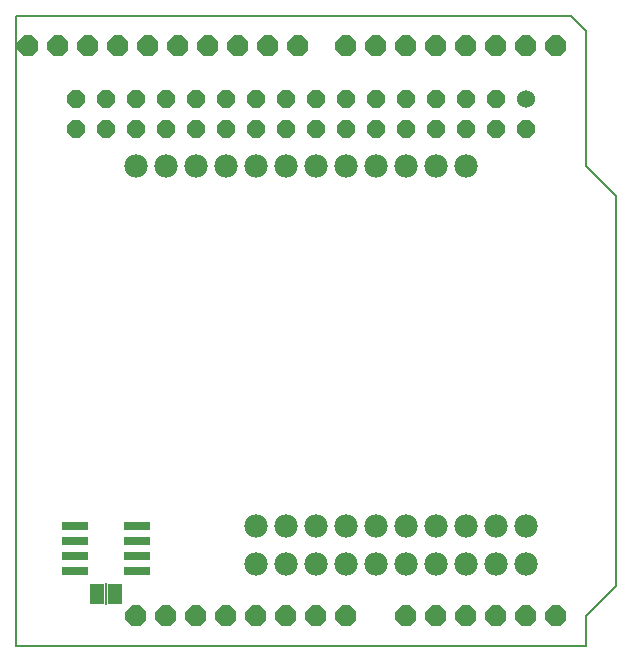
<source format=gts>
G75*
G70*
%OFA0B0*%
%FSLAX24Y24*%
%IPPOS*%
%LPD*%
%AMOC8*
5,1,8,0,0,1.08239X$1,22.5*
%
%ADD10C,0.0060*%
%ADD11R,0.0910X0.0280*%
%ADD12R,0.0500X0.0670*%
%ADD13R,0.0060X0.0720*%
%ADD14OC8,0.0700*%
%ADD15C,0.0600*%
%ADD16OC8,0.0600*%
%ADD17C,0.0780*%
D10*
X007500Y000500D02*
X026500Y000500D01*
X026500Y001500D01*
X027500Y002500D01*
X027500Y015500D01*
X026500Y016500D01*
X026500Y021000D01*
X026000Y021500D01*
X007500Y021500D01*
X007500Y000500D01*
D11*
X009470Y003000D03*
X009470Y003500D03*
X009470Y004000D03*
X009470Y004500D03*
X011530Y004500D03*
X011530Y004000D03*
X011530Y003500D03*
X011530Y003000D03*
D12*
X010800Y002250D03*
X010200Y002250D03*
D13*
X010500Y002250D03*
D14*
X011500Y001500D03*
X012500Y001500D03*
X013500Y001500D03*
X014500Y001500D03*
X015500Y001500D03*
X016500Y001500D03*
X017500Y001500D03*
X018500Y001500D03*
X020500Y001500D03*
X021500Y001500D03*
X022500Y001500D03*
X023500Y001500D03*
X024500Y001500D03*
X025500Y001500D03*
X025500Y020500D03*
X024500Y020500D03*
X023500Y020500D03*
X022500Y020500D03*
X021500Y020500D03*
X020500Y020500D03*
X019500Y020500D03*
X018500Y020500D03*
X016900Y020500D03*
X015900Y020500D03*
X014900Y020500D03*
X013900Y020500D03*
X012900Y020500D03*
X011900Y020500D03*
X010900Y020500D03*
X009900Y020500D03*
X008900Y020500D03*
X007900Y020500D03*
D15*
X024500Y018750D03*
D16*
X023500Y018750D03*
X022500Y018750D03*
X021500Y018750D03*
X020500Y018750D03*
X019500Y018750D03*
X018500Y018750D03*
X017500Y018750D03*
X016500Y018750D03*
X015500Y018750D03*
X014500Y018750D03*
X013500Y018750D03*
X012500Y018750D03*
X011500Y018750D03*
X010500Y018750D03*
X009500Y018750D03*
X009500Y017750D03*
X010500Y017750D03*
X011500Y017750D03*
X012500Y017750D03*
X013500Y017750D03*
X014500Y017750D03*
X015500Y017750D03*
X016500Y017750D03*
X017500Y017750D03*
X018500Y017750D03*
X019500Y017750D03*
X020500Y017750D03*
X021500Y017750D03*
X022500Y017750D03*
X023500Y017750D03*
X024500Y017750D03*
D17*
X022500Y016500D03*
X021500Y016500D03*
X020500Y016500D03*
X019500Y016500D03*
X018500Y016500D03*
X017500Y016500D03*
X016500Y016500D03*
X015500Y016500D03*
X014500Y016500D03*
X013500Y016500D03*
X012500Y016500D03*
X011500Y016500D03*
X015500Y004500D03*
X016500Y004500D03*
X017500Y004500D03*
X018500Y004500D03*
X019500Y004500D03*
X020500Y004500D03*
X021500Y004500D03*
X022500Y004500D03*
X023500Y004500D03*
X024500Y004500D03*
X024500Y003250D03*
X023500Y003250D03*
X022500Y003250D03*
X021500Y003250D03*
X020500Y003250D03*
X019500Y003250D03*
X018500Y003250D03*
X017500Y003250D03*
X016500Y003250D03*
X015500Y003250D03*
M02*

</source>
